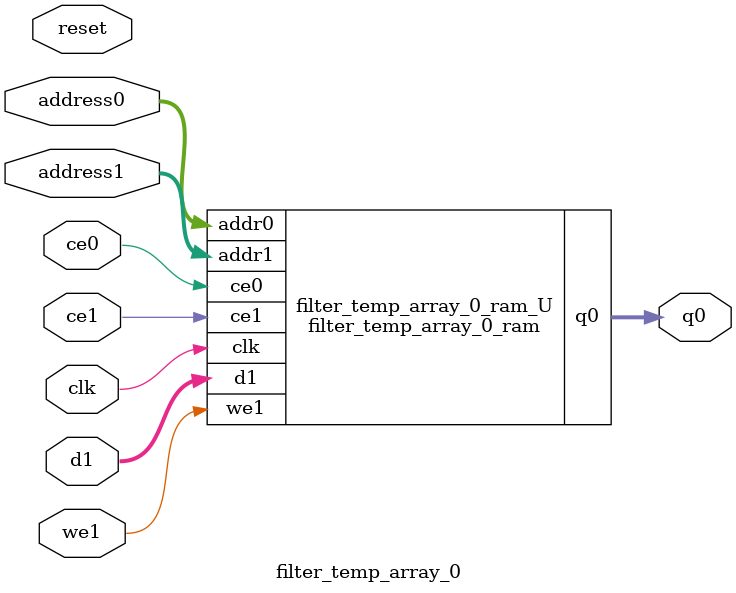
<source format=v>

`timescale 1 ns / 1 ps
module filter_temp_array_0_ram (addr0, ce0, q0, addr1, ce1, d1, we1,  clk);

parameter DWIDTH = 32;
parameter AWIDTH = 10;
parameter MEM_SIZE = 600;

input[AWIDTH-1:0] addr0;
input ce0;
output reg[DWIDTH-1:0] q0;
input[AWIDTH-1:0] addr1;
input ce1;
input[DWIDTH-1:0] d1;
input we1;
input clk;

(* ram_style = "block" *)reg [DWIDTH-1:0] ram[0:MEM_SIZE-1];




always @(posedge clk)  
begin 
    if (ce0) 
    begin
            q0 <= ram[addr0];
    end
end


always @(posedge clk)  
begin 
    if (ce1) 
    begin
        if (we1) 
        begin 
            ram[addr1] <= d1; 
        end 
    end
end


endmodule


`timescale 1 ns / 1 ps
module filter_temp_array_0(
    reset,
    clk,
    address0,
    ce0,
    q0,
    address1,
    ce1,
    we1,
    d1);

parameter DataWidth = 32'd32;
parameter AddressRange = 32'd600;
parameter AddressWidth = 32'd10;
input reset;
input clk;
input[AddressWidth - 1:0] address0;
input ce0;
output[DataWidth - 1:0] q0;
input[AddressWidth - 1:0] address1;
input ce1;
input we1;
input[DataWidth - 1:0] d1;



filter_temp_array_0_ram filter_temp_array_0_ram_U(
    .clk( clk ),
    .addr0( address0 ),
    .ce0( ce0 ),
    .q0( q0 ),
    .addr1( address1 ),
    .ce1( ce1 ),
    .d1( d1 ),
    .we1( we1 ));

endmodule


</source>
